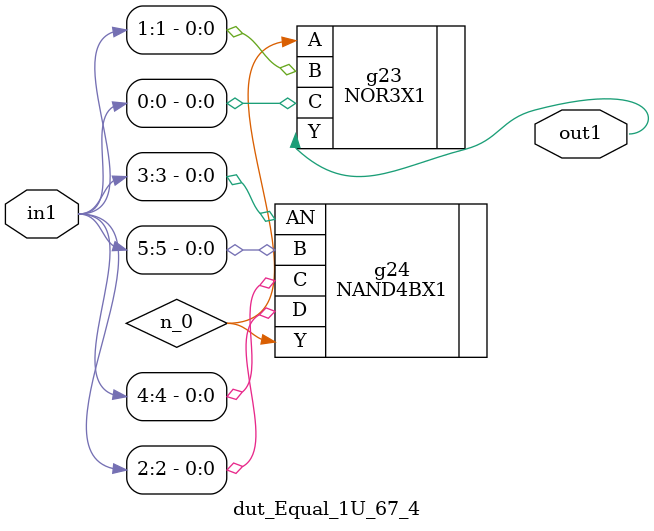
<source format=v>
`timescale 1ps / 1ps


module dut_Equal_1U_67_4(in1, out1);
  input [5:0] in1;
  output out1;
  wire [5:0] in1;
  wire out1;
  wire n_0;
  NOR3X1 g23(.A (n_0), .B (in1[1]), .C (in1[0]), .Y (out1));
  NAND4BX1 g24(.AN (in1[3]), .B (in1[5]), .C (in1[4]), .D (in1[2]), .Y
       (n_0));
endmodule



</source>
